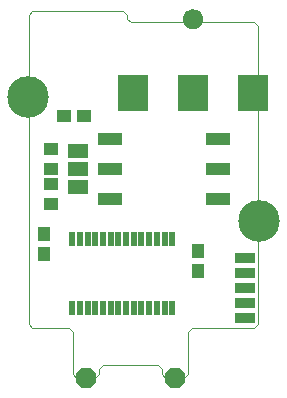
<source format=gts>
G75*
%MOIN*%
%OFA0B0*%
%FSLAX25Y25*%
%IPPOS*%
%LPD*%
%AMOC8*
5,1,8,0,0,1.08239X$1,22.5*
%
%ADD10C,0.00000*%
%ADD11R,0.01975X0.05124*%
%ADD12R,0.04337X0.04731*%
%ADD13R,0.04731X0.04337*%
%ADD14R,0.06699X0.03550*%
%ADD15R,0.10400X0.12400*%
%ADD16C,0.06699*%
%ADD17R,0.07900X0.04400*%
%ADD18OC8,0.06700*%
%ADD19R,0.06700X0.05000*%
%ADD20C,0.13849*%
D10*
X0009487Y0021562D02*
X0021674Y0021562D01*
X0022924Y0020313D01*
X0022924Y0006250D01*
X0024174Y0005000D01*
X0030424Y0005000D01*
X0031674Y0006250D01*
X0031674Y0007812D01*
X0032924Y0009063D01*
X0051362Y0009063D01*
X0052612Y0007812D01*
X0052612Y0006250D01*
X0053862Y0005000D01*
X0060112Y0005000D01*
X0061362Y0006250D01*
X0061362Y0020313D01*
X0062612Y0021562D01*
X0083549Y0021562D01*
X0084799Y0022812D01*
X0084799Y0122187D01*
X0083549Y0123437D01*
X0042299Y0123437D01*
X0041049Y0124687D01*
X0041049Y0125937D01*
X0039799Y0127187D01*
X0009487Y0127187D01*
X0008237Y0125937D01*
X0008237Y0022812D01*
X0009487Y0021562D01*
X0059774Y0124560D02*
X0059776Y0124672D01*
X0059782Y0124783D01*
X0059792Y0124895D01*
X0059806Y0125006D01*
X0059823Y0125116D01*
X0059845Y0125226D01*
X0059871Y0125335D01*
X0059900Y0125443D01*
X0059933Y0125549D01*
X0059970Y0125655D01*
X0060011Y0125759D01*
X0060056Y0125862D01*
X0060104Y0125963D01*
X0060155Y0126062D01*
X0060210Y0126159D01*
X0060269Y0126254D01*
X0060330Y0126348D01*
X0060395Y0126439D01*
X0060464Y0126527D01*
X0060535Y0126613D01*
X0060609Y0126697D01*
X0060687Y0126777D01*
X0060767Y0126855D01*
X0060850Y0126931D01*
X0060935Y0127003D01*
X0061023Y0127072D01*
X0061113Y0127138D01*
X0061206Y0127200D01*
X0061301Y0127260D01*
X0061398Y0127316D01*
X0061496Y0127368D01*
X0061597Y0127417D01*
X0061699Y0127462D01*
X0061803Y0127504D01*
X0061908Y0127542D01*
X0062015Y0127576D01*
X0062122Y0127606D01*
X0062231Y0127633D01*
X0062340Y0127655D01*
X0062451Y0127674D01*
X0062561Y0127689D01*
X0062673Y0127700D01*
X0062784Y0127707D01*
X0062896Y0127710D01*
X0063008Y0127709D01*
X0063120Y0127704D01*
X0063231Y0127695D01*
X0063342Y0127682D01*
X0063453Y0127665D01*
X0063563Y0127645D01*
X0063672Y0127620D01*
X0063780Y0127592D01*
X0063887Y0127559D01*
X0063993Y0127523D01*
X0064097Y0127483D01*
X0064200Y0127440D01*
X0064302Y0127393D01*
X0064401Y0127342D01*
X0064499Y0127288D01*
X0064595Y0127230D01*
X0064689Y0127169D01*
X0064780Y0127105D01*
X0064869Y0127038D01*
X0064956Y0126967D01*
X0065040Y0126893D01*
X0065122Y0126817D01*
X0065200Y0126737D01*
X0065276Y0126655D01*
X0065349Y0126570D01*
X0065419Y0126483D01*
X0065485Y0126393D01*
X0065549Y0126301D01*
X0065609Y0126207D01*
X0065666Y0126111D01*
X0065719Y0126012D01*
X0065769Y0125912D01*
X0065815Y0125811D01*
X0065858Y0125707D01*
X0065897Y0125602D01*
X0065932Y0125496D01*
X0065963Y0125389D01*
X0065991Y0125280D01*
X0066014Y0125171D01*
X0066034Y0125061D01*
X0066050Y0124950D01*
X0066062Y0124839D01*
X0066070Y0124728D01*
X0066074Y0124616D01*
X0066074Y0124504D01*
X0066070Y0124392D01*
X0066062Y0124281D01*
X0066050Y0124170D01*
X0066034Y0124059D01*
X0066014Y0123949D01*
X0065991Y0123840D01*
X0065963Y0123731D01*
X0065932Y0123624D01*
X0065897Y0123518D01*
X0065858Y0123413D01*
X0065815Y0123309D01*
X0065769Y0123208D01*
X0065719Y0123108D01*
X0065666Y0123009D01*
X0065609Y0122913D01*
X0065549Y0122819D01*
X0065485Y0122727D01*
X0065419Y0122637D01*
X0065349Y0122550D01*
X0065276Y0122465D01*
X0065200Y0122383D01*
X0065122Y0122303D01*
X0065040Y0122227D01*
X0064956Y0122153D01*
X0064869Y0122082D01*
X0064780Y0122015D01*
X0064689Y0121951D01*
X0064595Y0121890D01*
X0064499Y0121832D01*
X0064401Y0121778D01*
X0064302Y0121727D01*
X0064200Y0121680D01*
X0064097Y0121637D01*
X0063993Y0121597D01*
X0063887Y0121561D01*
X0063780Y0121528D01*
X0063672Y0121500D01*
X0063563Y0121475D01*
X0063453Y0121455D01*
X0063342Y0121438D01*
X0063231Y0121425D01*
X0063120Y0121416D01*
X0063008Y0121411D01*
X0062896Y0121410D01*
X0062784Y0121413D01*
X0062673Y0121420D01*
X0062561Y0121431D01*
X0062451Y0121446D01*
X0062340Y0121465D01*
X0062231Y0121487D01*
X0062122Y0121514D01*
X0062015Y0121544D01*
X0061908Y0121578D01*
X0061803Y0121616D01*
X0061699Y0121658D01*
X0061597Y0121703D01*
X0061496Y0121752D01*
X0061398Y0121804D01*
X0061301Y0121860D01*
X0061206Y0121920D01*
X0061113Y0121982D01*
X0061023Y0122048D01*
X0060935Y0122117D01*
X0060850Y0122189D01*
X0060767Y0122265D01*
X0060687Y0122343D01*
X0060609Y0122423D01*
X0060535Y0122507D01*
X0060464Y0122593D01*
X0060395Y0122681D01*
X0060330Y0122772D01*
X0060269Y0122866D01*
X0060210Y0122961D01*
X0060155Y0123058D01*
X0060104Y0123157D01*
X0060056Y0123258D01*
X0060011Y0123361D01*
X0059970Y0123465D01*
X0059933Y0123571D01*
X0059900Y0123677D01*
X0059871Y0123785D01*
X0059845Y0123894D01*
X0059823Y0124004D01*
X0059806Y0124114D01*
X0059792Y0124225D01*
X0059782Y0124337D01*
X0059776Y0124448D01*
X0059774Y0124560D01*
D11*
X0056121Y0051105D03*
X0053562Y0051105D03*
X0051003Y0051105D03*
X0048444Y0051105D03*
X0045885Y0051105D03*
X0043325Y0051105D03*
X0040766Y0051105D03*
X0038207Y0051105D03*
X0035648Y0051105D03*
X0033089Y0051105D03*
X0030530Y0051105D03*
X0027971Y0051105D03*
X0025412Y0051105D03*
X0022853Y0051105D03*
X0022853Y0028270D03*
X0025412Y0028270D03*
X0027971Y0028270D03*
X0030530Y0028270D03*
X0033089Y0028270D03*
X0035648Y0028270D03*
X0038207Y0028270D03*
X0040766Y0028270D03*
X0043325Y0028270D03*
X0045885Y0028270D03*
X0048444Y0028270D03*
X0051003Y0028270D03*
X0053562Y0028270D03*
X0056121Y0028270D03*
D12*
X0064799Y0040404D03*
X0064799Y0047096D03*
X0013237Y0046341D03*
X0013237Y0053034D03*
D13*
X0015737Y0062904D03*
X0015737Y0069596D03*
X0015737Y0074466D03*
X0015737Y0081159D03*
X0019890Y0092187D03*
X0026583Y0092187D03*
D14*
X0080424Y0045000D03*
X0080424Y0040000D03*
X0080424Y0035000D03*
X0080424Y0030000D03*
X0080424Y0025000D03*
D15*
X0082924Y0099937D03*
X0062924Y0099937D03*
X0042924Y0099937D03*
D16*
X0062924Y0124560D03*
D17*
X0071237Y0084688D03*
X0071237Y0074688D03*
X0071237Y0064687D03*
X0035237Y0064687D03*
X0035237Y0074688D03*
X0035237Y0084688D03*
D18*
X0027299Y0005000D03*
X0056987Y0005000D03*
D19*
X0024799Y0068688D03*
X0024799Y0074688D03*
X0024799Y0080688D03*
D20*
X0007924Y0098437D03*
X0085112Y0057187D03*
M02*

</source>
